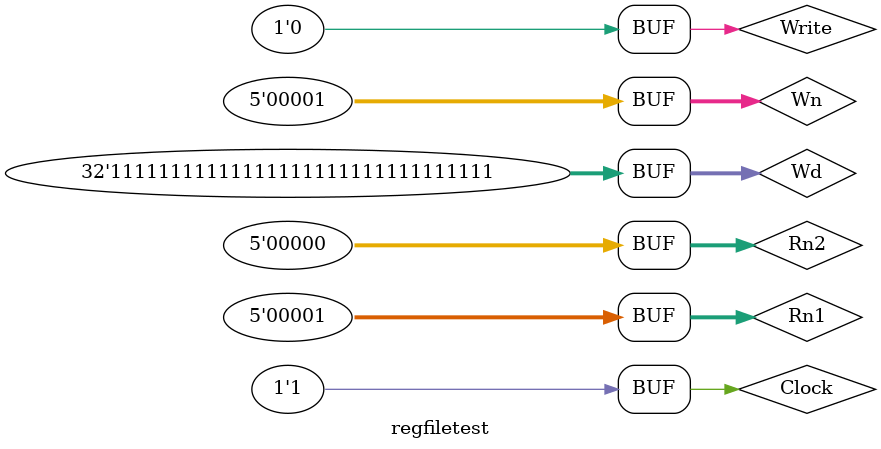
<source format=v>
`timescale 1ns / 1ps


module regfiletest;

	// Inputs
	reg [4:0] Rn1;
	reg [4:0] Rn2;
	reg [4:0] Wn;
	reg Write;
	reg [31:0] Wd;
	reg Clock;

	// Outputs
	wire [31:0] A;
	wire [31:0] B;

	// Instantiate the Unit Under Test (UUT)
	RegFile uut (
		.Rn1(Rn1), 
		.Rn2(Rn2), 
		.Wn(Wn), 
		.Write(Write), 
		.Wd(Wd), 
		.A(A), 
		.B(B), 
		.Clock(Clock)
	);

	initial begin
		// Initialize Inputs
		Rn1 = 0;
		Rn2 = 0;
		Wn = 0;
		Write = 0;
		Wd = 0;
		Clock = 0;

		// Wait 100 ns for global reset to finish
		#100;Clock = 0;Wn=4'b0001;Write=1;Wd=32'hFFFFFFFF;
      #100;Clock = 1;
		#100;Clock = 0;
      #100;Clock = 1;
		#100;Clock = 0;Write=0;Rn1=4'b0001;
      #100;Clock = 1;
		#100;Clock = 0;
      #100;Clock = 1;
		#100;Clock = 0;
      #100;Clock = 1;
		#100;Clock = 0;
      #100;Clock = 1;
		// Add stimulus here

	end
      
endmodule


</source>
